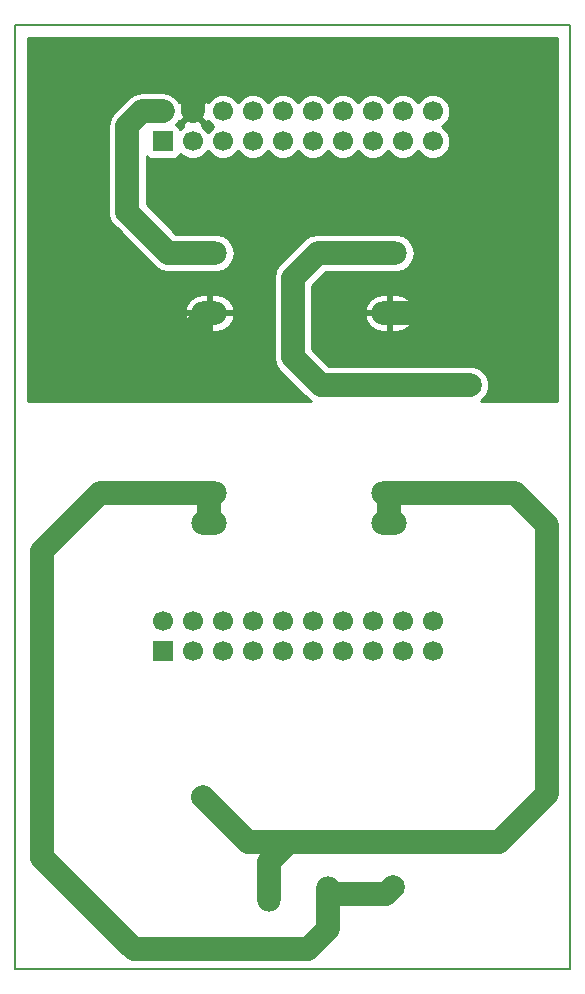
<source format=gbr>
G04 #@! TF.FileFunction,Copper,L2,Bot,Signal*
%FSLAX46Y46*%
G04 Gerber Fmt 4.6, Leading zero omitted, Abs format (unit mm)*
G04 Created by KiCad (PCBNEW 4.0.6+dfsg1-1) date Thu Feb 15 15:59:43 2018*
%MOMM*%
%LPD*%
G01*
G04 APERTURE LIST*
%ADD10C,0.100000*%
%ADD11C,0.150000*%
%ADD12O,3.000000X2.000000*%
%ADD13O,2.000000X3.000000*%
%ADD14C,1.700000*%
%ADD15R,1.700000X1.700000*%
%ADD16C,2.000000*%
%ADD17C,2.000000*%
%ADD18C,0.254000*%
G04 APERTURE END LIST*
D10*
D11*
X0Y0D02*
X47000000Y0D01*
X0Y80000000D02*
X0Y0D01*
X47000000Y80000000D02*
X0Y80000000D01*
X47000000Y0D02*
X47000000Y80000000D01*
D12*
X16460000Y60660000D03*
X16460000Y55580000D03*
X16460000Y37800000D03*
X16460000Y40340000D03*
X31700000Y40340000D03*
X31700000Y37800000D03*
X31700000Y55580000D03*
X31700000Y60660000D03*
D13*
X21490000Y6410000D03*
X26490000Y6410000D03*
X26490000Y6410000D03*
X21490000Y6410000D03*
X21490000Y6410000D03*
X26490000Y6410000D03*
X26490000Y6410000D03*
X21490000Y6410000D03*
D14*
X35380000Y29460000D03*
X35380000Y26920000D03*
X32840000Y29460000D03*
X32840000Y26920000D03*
X30300000Y29460000D03*
X30300000Y26920000D03*
X27760000Y29460000D03*
X27760000Y26920000D03*
X25220000Y29460000D03*
X25220000Y26920000D03*
X22680000Y29460000D03*
X22680000Y26920000D03*
X20140000Y29460000D03*
X20140000Y26920000D03*
X17600000Y29460000D03*
X17600000Y26920000D03*
X15060000Y29460000D03*
X15060000Y26920000D03*
X12520000Y29460000D03*
D15*
X12520000Y26920000D03*
X12520000Y70100000D03*
D14*
X12520000Y72640000D03*
X15060000Y70100000D03*
X15060000Y72640000D03*
X17600000Y70100000D03*
X17600000Y72640000D03*
X20140000Y70100000D03*
X20140000Y72640000D03*
X22680000Y70100000D03*
X22680000Y72640000D03*
X25220000Y70100000D03*
X25220000Y72640000D03*
X27760000Y70100000D03*
X27760000Y72640000D03*
X30300000Y70100000D03*
X30300000Y72640000D03*
X32840000Y70100000D03*
X32840000Y72640000D03*
X35380000Y70100000D03*
X35380000Y72640000D03*
D16*
X32000000Y7000000D03*
X15910000Y14610000D03*
X9540000Y64120000D03*
X38820000Y63950000D03*
X9210000Y49590000D03*
X38530000Y49460000D03*
D17*
X31410000Y6410000D02*
X26490000Y6410000D01*
X32000000Y7000000D02*
X31410000Y6410000D01*
X16460000Y37800000D02*
X16460000Y40340000D01*
X26490000Y6410000D02*
X26490000Y3410000D01*
X7250000Y40340000D02*
X16460000Y40340000D01*
X2320000Y35410000D02*
X7250000Y40340000D01*
X2320000Y9470000D02*
X2320000Y35410000D01*
X10050000Y1740000D02*
X2320000Y9470000D01*
X24820000Y1740000D02*
X18140000Y1740000D01*
X18140000Y1740000D02*
X10050000Y1740000D01*
X26490000Y3410000D02*
X24820000Y1740000D01*
X23210000Y10800000D02*
X19720000Y10800000D01*
X19720000Y10800000D02*
X15910000Y14610000D01*
X31700000Y37800000D02*
X31700000Y40340000D01*
X31700000Y40340000D02*
X42380000Y40340000D01*
X21490000Y9080000D02*
X21490000Y6410000D01*
X23210000Y10800000D02*
X21490000Y9080000D01*
X40990000Y10800000D02*
X23210000Y10800000D01*
X45080000Y14890000D02*
X40990000Y10800000D01*
X45080000Y37640000D02*
X45080000Y14890000D01*
X42380000Y40340000D02*
X45080000Y37640000D01*
X12520000Y72640000D02*
X10750000Y72640000D01*
X9540000Y71430000D02*
X9540000Y64120000D01*
X10750000Y72640000D02*
X9540000Y71430000D01*
X13000000Y60660000D02*
X16460000Y60660000D01*
X9540000Y64120000D02*
X13000000Y60660000D01*
X18710000Y76630000D02*
X8870000Y76630000D01*
X5790000Y53010000D02*
X9210000Y49590000D01*
X5790000Y73550000D02*
X5790000Y53010000D01*
X8870000Y76630000D02*
X5790000Y73550000D01*
X15060000Y72640000D02*
X15060000Y75390000D01*
X38820000Y74130000D02*
X38820000Y63950000D01*
X36320000Y76630000D02*
X38820000Y74130000D01*
X16300000Y76630000D02*
X18710000Y76630000D01*
X18710000Y76630000D02*
X36320000Y76630000D01*
X15060000Y75390000D02*
X16300000Y76630000D01*
X35430000Y55580000D02*
X31700000Y55580000D01*
X38710000Y58860000D02*
X35430000Y55580000D01*
X38710000Y63840000D02*
X38710000Y58860000D01*
X38820000Y63950000D02*
X38710000Y63840000D01*
X16460000Y55580000D02*
X10470000Y49590000D01*
X10470000Y49590000D02*
X9210000Y49590000D01*
X31700000Y60660000D02*
X25650000Y60660000D01*
X25960000Y49460000D02*
X38530000Y49460000D01*
X23560000Y51860000D02*
X25960000Y49460000D01*
X23560000Y58570000D02*
X23560000Y51860000D01*
X25650000Y60660000D02*
X23560000Y58570000D01*
D18*
G36*
X45873000Y48127000D02*
X39508931Y48127000D01*
X39915278Y48532637D01*
X40164716Y49133352D01*
X40165284Y49783795D01*
X39916894Y50384943D01*
X39457363Y50845278D01*
X38856648Y51094716D01*
X38206205Y51095284D01*
X38205518Y51095000D01*
X26637239Y51095000D01*
X25195000Y52537240D01*
X25195000Y55199566D01*
X29609876Y55199566D01*
X29640856Y55071645D01*
X29954078Y54513683D01*
X30456980Y54118058D01*
X31073000Y53945000D01*
X31573000Y53945000D01*
X31573000Y55453000D01*
X31827000Y55453000D01*
X31827000Y53945000D01*
X32327000Y53945000D01*
X32943020Y54118058D01*
X33445922Y54513683D01*
X33759144Y55071645D01*
X33790124Y55199566D01*
X33670777Y55453000D01*
X31827000Y55453000D01*
X31573000Y55453000D01*
X29729223Y55453000D01*
X29609876Y55199566D01*
X25195000Y55199566D01*
X25195000Y55960434D01*
X29609876Y55960434D01*
X29729223Y55707000D01*
X31573000Y55707000D01*
X31573000Y57215000D01*
X31827000Y57215000D01*
X31827000Y55707000D01*
X33670777Y55707000D01*
X33790124Y55960434D01*
X33759144Y56088355D01*
X33445922Y56646317D01*
X32943020Y57041942D01*
X32327000Y57215000D01*
X31827000Y57215000D01*
X31573000Y57215000D01*
X31073000Y57215000D01*
X30456980Y57041942D01*
X29954078Y56646317D01*
X29640856Y56088355D01*
X29609876Y55960434D01*
X25195000Y55960434D01*
X25195000Y57892760D01*
X26327239Y59025000D01*
X32241827Y59025000D01*
X32867514Y59149457D01*
X33397947Y59503880D01*
X33752370Y60034313D01*
X33876827Y60660000D01*
X33752370Y61285687D01*
X33397947Y61816120D01*
X32867514Y62170543D01*
X32241827Y62295000D01*
X25650000Y62295000D01*
X25024313Y62170543D01*
X24493880Y61816120D01*
X24493878Y61816117D01*
X22403880Y59726120D01*
X22049457Y59195688D01*
X21924999Y58570000D01*
X21925000Y58569995D01*
X21925000Y51860005D01*
X21924999Y51860000D01*
X22049457Y51234312D01*
X22403880Y50703880D01*
X24803878Y48303883D01*
X24803880Y48303880D01*
X25068601Y48127000D01*
X1127000Y48127000D01*
X1127000Y55199566D01*
X14369876Y55199566D01*
X14400856Y55071645D01*
X14714078Y54513683D01*
X15216980Y54118058D01*
X15833000Y53945000D01*
X16333000Y53945000D01*
X16333000Y55453000D01*
X16587000Y55453000D01*
X16587000Y53945000D01*
X17087000Y53945000D01*
X17703020Y54118058D01*
X18205922Y54513683D01*
X18519144Y55071645D01*
X18550124Y55199566D01*
X18430777Y55453000D01*
X16587000Y55453000D01*
X16333000Y55453000D01*
X14489223Y55453000D01*
X14369876Y55199566D01*
X1127000Y55199566D01*
X1127000Y55960434D01*
X14369876Y55960434D01*
X14489223Y55707000D01*
X16333000Y55707000D01*
X16333000Y57215000D01*
X16587000Y57215000D01*
X16587000Y55707000D01*
X18430777Y55707000D01*
X18550124Y55960434D01*
X18519144Y56088355D01*
X18205922Y56646317D01*
X17703020Y57041942D01*
X17087000Y57215000D01*
X16587000Y57215000D01*
X16333000Y57215000D01*
X15833000Y57215000D01*
X15216980Y57041942D01*
X14714078Y56646317D01*
X14400856Y56088355D01*
X14369876Y55960434D01*
X1127000Y55960434D01*
X1127000Y63796205D01*
X7904716Y63796205D01*
X8153106Y63195057D01*
X8612637Y62734722D01*
X8613323Y62734437D01*
X11843880Y59503880D01*
X12374312Y59149457D01*
X13000000Y59024999D01*
X13000005Y59025000D01*
X17001827Y59025000D01*
X17627514Y59149457D01*
X18157947Y59503880D01*
X18512370Y60034313D01*
X18636827Y60660000D01*
X18512370Y61285687D01*
X18157947Y61816120D01*
X17627514Y62170543D01*
X17001827Y62295000D01*
X13677240Y62295000D01*
X11175000Y64797240D01*
X11175000Y68846594D01*
X11205910Y68798559D01*
X11418110Y68653569D01*
X11670000Y68602560D01*
X13370000Y68602560D01*
X13605317Y68646838D01*
X13821441Y68785910D01*
X13966431Y68998110D01*
X13982496Y69077443D01*
X14217717Y68841812D01*
X14763319Y68615258D01*
X15354089Y68614743D01*
X15900086Y68840344D01*
X16318188Y69257717D01*
X16329748Y69285557D01*
X16340344Y69259914D01*
X16757717Y68841812D01*
X17303319Y68615258D01*
X17894089Y68614743D01*
X18440086Y68840344D01*
X18858188Y69257717D01*
X18869748Y69285557D01*
X18880344Y69259914D01*
X19297717Y68841812D01*
X19843319Y68615258D01*
X20434089Y68614743D01*
X20980086Y68840344D01*
X21398188Y69257717D01*
X21409748Y69285557D01*
X21420344Y69259914D01*
X21837717Y68841812D01*
X22383319Y68615258D01*
X22974089Y68614743D01*
X23520086Y68840344D01*
X23938188Y69257717D01*
X23949748Y69285557D01*
X23960344Y69259914D01*
X24377717Y68841812D01*
X24923319Y68615258D01*
X25514089Y68614743D01*
X26060086Y68840344D01*
X26478188Y69257717D01*
X26489748Y69285557D01*
X26500344Y69259914D01*
X26917717Y68841812D01*
X27463319Y68615258D01*
X28054089Y68614743D01*
X28600086Y68840344D01*
X29018188Y69257717D01*
X29029748Y69285557D01*
X29040344Y69259914D01*
X29457717Y68841812D01*
X30003319Y68615258D01*
X30594089Y68614743D01*
X31140086Y68840344D01*
X31558188Y69257717D01*
X31569748Y69285557D01*
X31580344Y69259914D01*
X31997717Y68841812D01*
X32543319Y68615258D01*
X33134089Y68614743D01*
X33680086Y68840344D01*
X34098188Y69257717D01*
X34109748Y69285557D01*
X34120344Y69259914D01*
X34537717Y68841812D01*
X35083319Y68615258D01*
X35674089Y68614743D01*
X36220086Y68840344D01*
X36638188Y69257717D01*
X36864742Y69803319D01*
X36865257Y70394089D01*
X36639656Y70940086D01*
X36222283Y71358188D01*
X36194443Y71369748D01*
X36220086Y71380344D01*
X36638188Y71797717D01*
X36864742Y72343319D01*
X36865257Y72934089D01*
X36639656Y73480086D01*
X36222283Y73898188D01*
X35676681Y74124742D01*
X35085911Y74125257D01*
X34539914Y73899656D01*
X34121812Y73482283D01*
X34110252Y73454443D01*
X34099656Y73480086D01*
X33682283Y73898188D01*
X33136681Y74124742D01*
X32545911Y74125257D01*
X31999914Y73899656D01*
X31581812Y73482283D01*
X31570252Y73454443D01*
X31559656Y73480086D01*
X31142283Y73898188D01*
X30596681Y74124742D01*
X30005911Y74125257D01*
X29459914Y73899656D01*
X29041812Y73482283D01*
X29030252Y73454443D01*
X29019656Y73480086D01*
X28602283Y73898188D01*
X28056681Y74124742D01*
X27465911Y74125257D01*
X26919914Y73899656D01*
X26501812Y73482283D01*
X26490252Y73454443D01*
X26479656Y73480086D01*
X26062283Y73898188D01*
X25516681Y74124742D01*
X24925911Y74125257D01*
X24379914Y73899656D01*
X23961812Y73482283D01*
X23950252Y73454443D01*
X23939656Y73480086D01*
X23522283Y73898188D01*
X22976681Y74124742D01*
X22385911Y74125257D01*
X21839914Y73899656D01*
X21421812Y73482283D01*
X21410252Y73454443D01*
X21399656Y73480086D01*
X20982283Y73898188D01*
X20436681Y74124742D01*
X19845911Y74125257D01*
X19299914Y73899656D01*
X18881812Y73482283D01*
X18870252Y73454443D01*
X18859656Y73480086D01*
X18442283Y73898188D01*
X17896681Y74124742D01*
X17305911Y74125257D01*
X16759914Y73899656D01*
X16341812Y73482283D01*
X16322049Y73434688D01*
X16103958Y73504353D01*
X15239605Y72640000D01*
X16103958Y71775647D01*
X16321640Y71845181D01*
X16340344Y71799914D01*
X16757717Y71381812D01*
X16785557Y71370252D01*
X16759914Y71359656D01*
X16341812Y70942283D01*
X16330252Y70914443D01*
X16319656Y70940086D01*
X15902283Y71358188D01*
X15854688Y71377951D01*
X15924353Y71596042D01*
X15060000Y72460395D01*
X14195647Y71596042D01*
X14265181Y71378360D01*
X14219914Y71359656D01*
X13984565Y71124717D01*
X13973162Y71185317D01*
X13834090Y71401441D01*
X13687817Y71501385D01*
X13896571Y71813810D01*
X14016042Y71775647D01*
X14880395Y72640000D01*
X14016042Y73504353D01*
X13896571Y73466190D01*
X13751064Y73683958D01*
X14195647Y73683958D01*
X15060000Y72819605D01*
X15924353Y73683958D01*
X15844080Y73935259D01*
X15288721Y74136718D01*
X14698542Y74110315D01*
X14275920Y73935259D01*
X14195647Y73683958D01*
X13751064Y73683958D01*
X13676120Y73796120D01*
X13145687Y74150543D01*
X12520000Y74275000D01*
X10750000Y74275000D01*
X10124313Y74150543D01*
X9593880Y73796120D01*
X9593878Y73796117D01*
X8383880Y72586120D01*
X8029457Y72055688D01*
X7904999Y71430000D01*
X7905000Y71429995D01*
X7905000Y64121426D01*
X7904716Y63796205D01*
X1127000Y63796205D01*
X1127000Y78873000D01*
X45873000Y78873000D01*
X45873000Y48127000D01*
X45873000Y48127000D01*
G37*
X45873000Y48127000D02*
X39508931Y48127000D01*
X39915278Y48532637D01*
X40164716Y49133352D01*
X40165284Y49783795D01*
X39916894Y50384943D01*
X39457363Y50845278D01*
X38856648Y51094716D01*
X38206205Y51095284D01*
X38205518Y51095000D01*
X26637239Y51095000D01*
X25195000Y52537240D01*
X25195000Y55199566D01*
X29609876Y55199566D01*
X29640856Y55071645D01*
X29954078Y54513683D01*
X30456980Y54118058D01*
X31073000Y53945000D01*
X31573000Y53945000D01*
X31573000Y55453000D01*
X31827000Y55453000D01*
X31827000Y53945000D01*
X32327000Y53945000D01*
X32943020Y54118058D01*
X33445922Y54513683D01*
X33759144Y55071645D01*
X33790124Y55199566D01*
X33670777Y55453000D01*
X31827000Y55453000D01*
X31573000Y55453000D01*
X29729223Y55453000D01*
X29609876Y55199566D01*
X25195000Y55199566D01*
X25195000Y55960434D01*
X29609876Y55960434D01*
X29729223Y55707000D01*
X31573000Y55707000D01*
X31573000Y57215000D01*
X31827000Y57215000D01*
X31827000Y55707000D01*
X33670777Y55707000D01*
X33790124Y55960434D01*
X33759144Y56088355D01*
X33445922Y56646317D01*
X32943020Y57041942D01*
X32327000Y57215000D01*
X31827000Y57215000D01*
X31573000Y57215000D01*
X31073000Y57215000D01*
X30456980Y57041942D01*
X29954078Y56646317D01*
X29640856Y56088355D01*
X29609876Y55960434D01*
X25195000Y55960434D01*
X25195000Y57892760D01*
X26327239Y59025000D01*
X32241827Y59025000D01*
X32867514Y59149457D01*
X33397947Y59503880D01*
X33752370Y60034313D01*
X33876827Y60660000D01*
X33752370Y61285687D01*
X33397947Y61816120D01*
X32867514Y62170543D01*
X32241827Y62295000D01*
X25650000Y62295000D01*
X25024313Y62170543D01*
X24493880Y61816120D01*
X24493878Y61816117D01*
X22403880Y59726120D01*
X22049457Y59195688D01*
X21924999Y58570000D01*
X21925000Y58569995D01*
X21925000Y51860005D01*
X21924999Y51860000D01*
X22049457Y51234312D01*
X22403880Y50703880D01*
X24803878Y48303883D01*
X24803880Y48303880D01*
X25068601Y48127000D01*
X1127000Y48127000D01*
X1127000Y55199566D01*
X14369876Y55199566D01*
X14400856Y55071645D01*
X14714078Y54513683D01*
X15216980Y54118058D01*
X15833000Y53945000D01*
X16333000Y53945000D01*
X16333000Y55453000D01*
X16587000Y55453000D01*
X16587000Y53945000D01*
X17087000Y53945000D01*
X17703020Y54118058D01*
X18205922Y54513683D01*
X18519144Y55071645D01*
X18550124Y55199566D01*
X18430777Y55453000D01*
X16587000Y55453000D01*
X16333000Y55453000D01*
X14489223Y55453000D01*
X14369876Y55199566D01*
X1127000Y55199566D01*
X1127000Y55960434D01*
X14369876Y55960434D01*
X14489223Y55707000D01*
X16333000Y55707000D01*
X16333000Y57215000D01*
X16587000Y57215000D01*
X16587000Y55707000D01*
X18430777Y55707000D01*
X18550124Y55960434D01*
X18519144Y56088355D01*
X18205922Y56646317D01*
X17703020Y57041942D01*
X17087000Y57215000D01*
X16587000Y57215000D01*
X16333000Y57215000D01*
X15833000Y57215000D01*
X15216980Y57041942D01*
X14714078Y56646317D01*
X14400856Y56088355D01*
X14369876Y55960434D01*
X1127000Y55960434D01*
X1127000Y63796205D01*
X7904716Y63796205D01*
X8153106Y63195057D01*
X8612637Y62734722D01*
X8613323Y62734437D01*
X11843880Y59503880D01*
X12374312Y59149457D01*
X13000000Y59024999D01*
X13000005Y59025000D01*
X17001827Y59025000D01*
X17627514Y59149457D01*
X18157947Y59503880D01*
X18512370Y60034313D01*
X18636827Y60660000D01*
X18512370Y61285687D01*
X18157947Y61816120D01*
X17627514Y62170543D01*
X17001827Y62295000D01*
X13677240Y62295000D01*
X11175000Y64797240D01*
X11175000Y68846594D01*
X11205910Y68798559D01*
X11418110Y68653569D01*
X11670000Y68602560D01*
X13370000Y68602560D01*
X13605317Y68646838D01*
X13821441Y68785910D01*
X13966431Y68998110D01*
X13982496Y69077443D01*
X14217717Y68841812D01*
X14763319Y68615258D01*
X15354089Y68614743D01*
X15900086Y68840344D01*
X16318188Y69257717D01*
X16329748Y69285557D01*
X16340344Y69259914D01*
X16757717Y68841812D01*
X17303319Y68615258D01*
X17894089Y68614743D01*
X18440086Y68840344D01*
X18858188Y69257717D01*
X18869748Y69285557D01*
X18880344Y69259914D01*
X19297717Y68841812D01*
X19843319Y68615258D01*
X20434089Y68614743D01*
X20980086Y68840344D01*
X21398188Y69257717D01*
X21409748Y69285557D01*
X21420344Y69259914D01*
X21837717Y68841812D01*
X22383319Y68615258D01*
X22974089Y68614743D01*
X23520086Y68840344D01*
X23938188Y69257717D01*
X23949748Y69285557D01*
X23960344Y69259914D01*
X24377717Y68841812D01*
X24923319Y68615258D01*
X25514089Y68614743D01*
X26060086Y68840344D01*
X26478188Y69257717D01*
X26489748Y69285557D01*
X26500344Y69259914D01*
X26917717Y68841812D01*
X27463319Y68615258D01*
X28054089Y68614743D01*
X28600086Y68840344D01*
X29018188Y69257717D01*
X29029748Y69285557D01*
X29040344Y69259914D01*
X29457717Y68841812D01*
X30003319Y68615258D01*
X30594089Y68614743D01*
X31140086Y68840344D01*
X31558188Y69257717D01*
X31569748Y69285557D01*
X31580344Y69259914D01*
X31997717Y68841812D01*
X32543319Y68615258D01*
X33134089Y68614743D01*
X33680086Y68840344D01*
X34098188Y69257717D01*
X34109748Y69285557D01*
X34120344Y69259914D01*
X34537717Y68841812D01*
X35083319Y68615258D01*
X35674089Y68614743D01*
X36220086Y68840344D01*
X36638188Y69257717D01*
X36864742Y69803319D01*
X36865257Y70394089D01*
X36639656Y70940086D01*
X36222283Y71358188D01*
X36194443Y71369748D01*
X36220086Y71380344D01*
X36638188Y71797717D01*
X36864742Y72343319D01*
X36865257Y72934089D01*
X36639656Y73480086D01*
X36222283Y73898188D01*
X35676681Y74124742D01*
X35085911Y74125257D01*
X34539914Y73899656D01*
X34121812Y73482283D01*
X34110252Y73454443D01*
X34099656Y73480086D01*
X33682283Y73898188D01*
X33136681Y74124742D01*
X32545911Y74125257D01*
X31999914Y73899656D01*
X31581812Y73482283D01*
X31570252Y73454443D01*
X31559656Y73480086D01*
X31142283Y73898188D01*
X30596681Y74124742D01*
X30005911Y74125257D01*
X29459914Y73899656D01*
X29041812Y73482283D01*
X29030252Y73454443D01*
X29019656Y73480086D01*
X28602283Y73898188D01*
X28056681Y74124742D01*
X27465911Y74125257D01*
X26919914Y73899656D01*
X26501812Y73482283D01*
X26490252Y73454443D01*
X26479656Y73480086D01*
X26062283Y73898188D01*
X25516681Y74124742D01*
X24925911Y74125257D01*
X24379914Y73899656D01*
X23961812Y73482283D01*
X23950252Y73454443D01*
X23939656Y73480086D01*
X23522283Y73898188D01*
X22976681Y74124742D01*
X22385911Y74125257D01*
X21839914Y73899656D01*
X21421812Y73482283D01*
X21410252Y73454443D01*
X21399656Y73480086D01*
X20982283Y73898188D01*
X20436681Y74124742D01*
X19845911Y74125257D01*
X19299914Y73899656D01*
X18881812Y73482283D01*
X18870252Y73454443D01*
X18859656Y73480086D01*
X18442283Y73898188D01*
X17896681Y74124742D01*
X17305911Y74125257D01*
X16759914Y73899656D01*
X16341812Y73482283D01*
X16322049Y73434688D01*
X16103958Y73504353D01*
X15239605Y72640000D01*
X16103958Y71775647D01*
X16321640Y71845181D01*
X16340344Y71799914D01*
X16757717Y71381812D01*
X16785557Y71370252D01*
X16759914Y71359656D01*
X16341812Y70942283D01*
X16330252Y70914443D01*
X16319656Y70940086D01*
X15902283Y71358188D01*
X15854688Y71377951D01*
X15924353Y71596042D01*
X15060000Y72460395D01*
X14195647Y71596042D01*
X14265181Y71378360D01*
X14219914Y71359656D01*
X13984565Y71124717D01*
X13973162Y71185317D01*
X13834090Y71401441D01*
X13687817Y71501385D01*
X13896571Y71813810D01*
X14016042Y71775647D01*
X14880395Y72640000D01*
X14016042Y73504353D01*
X13896571Y73466190D01*
X13751064Y73683958D01*
X14195647Y73683958D01*
X15060000Y72819605D01*
X15924353Y73683958D01*
X15844080Y73935259D01*
X15288721Y74136718D01*
X14698542Y74110315D01*
X14275920Y73935259D01*
X14195647Y73683958D01*
X13751064Y73683958D01*
X13676120Y73796120D01*
X13145687Y74150543D01*
X12520000Y74275000D01*
X10750000Y74275000D01*
X10124313Y74150543D01*
X9593880Y73796120D01*
X9593878Y73796117D01*
X8383880Y72586120D01*
X8029457Y72055688D01*
X7904999Y71430000D01*
X7905000Y71429995D01*
X7905000Y64121426D01*
X7904716Y63796205D01*
X1127000Y63796205D01*
X1127000Y78873000D01*
X45873000Y78873000D01*
X45873000Y48127000D01*
M02*

</source>
